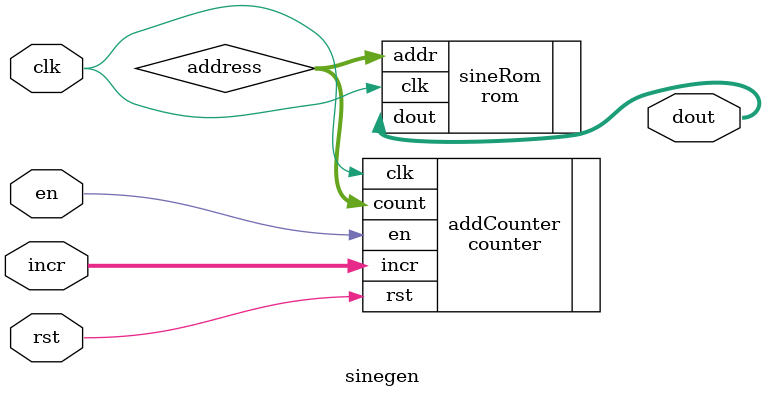
<source format=sv>
module sinegen #(
    parameter  A_WIDTH = 8,
               D_WIDTH = 8
)(
    // interface signals
    input  logic                  clk,     //clock
    input  logic                  rst,     //reset
    input  logic                  en,      //enable
    input  logic  [D_WIDTH-1:0]   incr,    // increment for addr counter
    output logic  [D_WIDTH-1:0]   dout     // output data
);

    logic   [A_WIDTH-1:0]         address;  //interconnect wire

counter addCounter (
    .clk(clk),
    .rst(rst),
    .en(en),
    .incr(incr),
    .count(address)
);

rom sineRom(
    .clk(clk),
    .addr(address),
    .dout(dout)
);

endmodule
</source>
